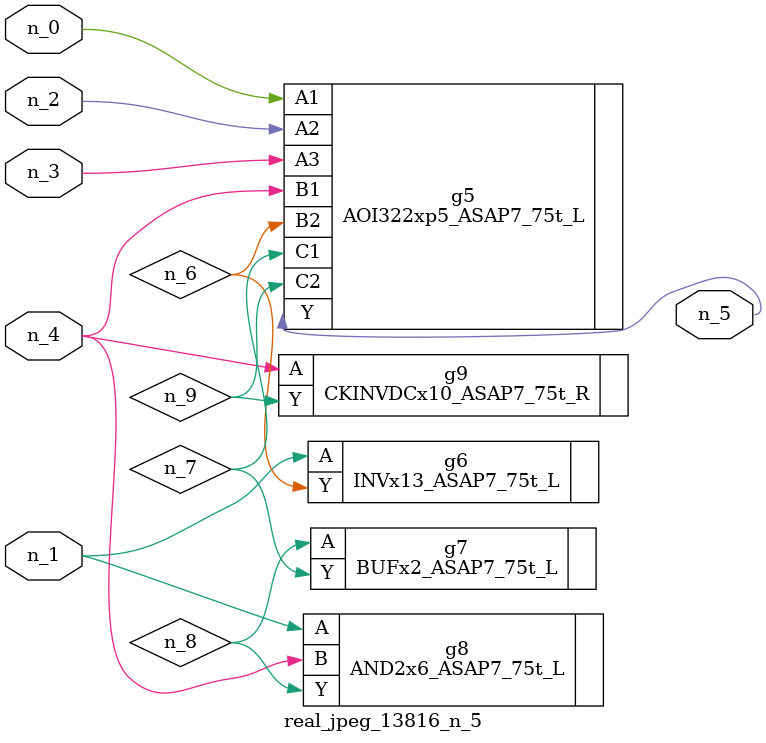
<source format=v>
module real_jpeg_13816_n_5 (n_4, n_0, n_1, n_2, n_3, n_5);

input n_4;
input n_0;
input n_1;
input n_2;
input n_3;

output n_5;

wire n_8;
wire n_6;
wire n_7;
wire n_9;

AOI322xp5_ASAP7_75t_L g5 ( 
.A1(n_0),
.A2(n_2),
.A3(n_3),
.B1(n_4),
.B2(n_6),
.C1(n_7),
.C2(n_9),
.Y(n_5)
);

INVx13_ASAP7_75t_L g6 ( 
.A(n_1),
.Y(n_6)
);

AND2x6_ASAP7_75t_L g8 ( 
.A(n_1),
.B(n_4),
.Y(n_8)
);

CKINVDCx10_ASAP7_75t_R g9 ( 
.A(n_4),
.Y(n_9)
);

BUFx2_ASAP7_75t_L g7 ( 
.A(n_8),
.Y(n_7)
);


endmodule
</source>
